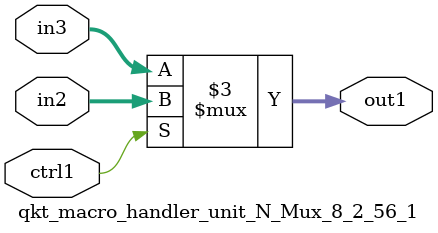
<source format=v>

`timescale 1ps / 1ps


module qkt_macro_handler_unit_N_Mux_8_2_56_1( in3, in2, ctrl1, out1 );

    input [7:0] in3;
    input [7:0] in2;
    input ctrl1;
    output [7:0] out1;
    reg [7:0] out1;

    
    // rtl_process:qkt_macro_handler_unit_N_Mux_8_2_56_1/qkt_macro_handler_unit_N_Mux_8_2_56_1_thread_1
    always @*
      begin : qkt_macro_handler_unit_N_Mux_8_2_56_1_thread_1
        case (ctrl1) 
          1'b1: 
            begin
              out1 = in2;
            end
          default: 
            begin
              out1 = in3;
            end
        endcase
      end

endmodule





</source>
